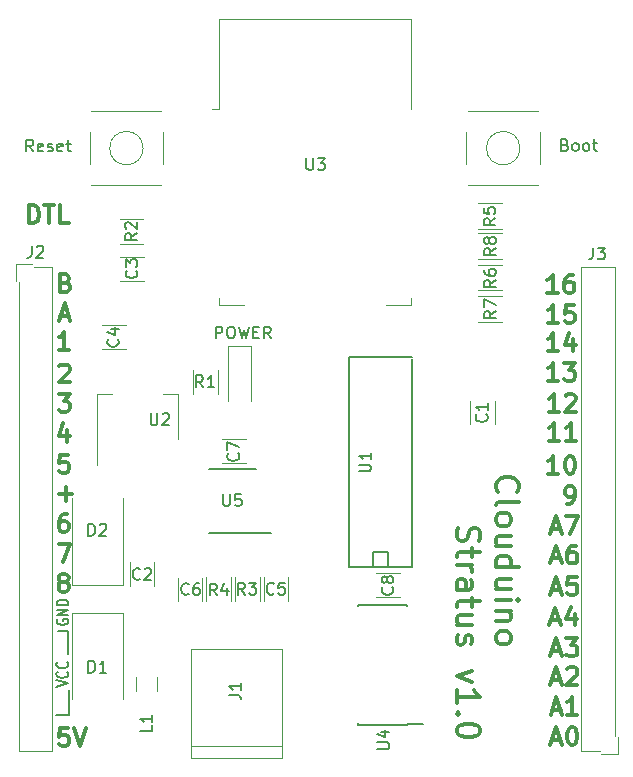
<source format=gto>
G04 #@! TF.GenerationSoftware,KiCad,Pcbnew,(5.0.0)*
G04 #@! TF.CreationDate,2018-10-02T15:53:08+08:00*
G04 #@! TF.ProjectId,Clouduino Stratus v1.0,436C6F756475696E6F20537472617475,rev?*
G04 #@! TF.SameCoordinates,Original*
G04 #@! TF.FileFunction,Legend,Top*
G04 #@! TF.FilePolarity,Positive*
%FSLAX46Y46*%
G04 Gerber Fmt 4.6, Leading zero omitted, Abs format (unit mm)*
G04 Created by KiCad (PCBNEW (5.0.0)) date 10/02/18 15:53:08*
%MOMM*%
%LPD*%
G01*
G04 APERTURE LIST*
%ADD10C,0.200000*%
%ADD11C,0.300000*%
%ADD12C,0.120000*%
%ADD13C,0.150000*%
G04 APERTURE END LIST*
D10*
X108897800Y-90017523D02*
X108850180Y-90093714D01*
X108850180Y-90208000D01*
X108897800Y-90322285D01*
X108993038Y-90398476D01*
X109088276Y-90436571D01*
X109278752Y-90474666D01*
X109421609Y-90474666D01*
X109612085Y-90436571D01*
X109707323Y-90398476D01*
X109802561Y-90322285D01*
X109850180Y-90208000D01*
X109850180Y-90131809D01*
X109802561Y-90017523D01*
X109754942Y-89979428D01*
X109421609Y-89979428D01*
X109421609Y-90131809D01*
X109850180Y-89636571D02*
X108850180Y-89636571D01*
X109850180Y-89179428D01*
X108850180Y-89179428D01*
X109850180Y-88798476D02*
X108850180Y-88798476D01*
X108850180Y-88608000D01*
X108897800Y-88493714D01*
X108993038Y-88417523D01*
X109088276Y-88379428D01*
X109278752Y-88341333D01*
X109421609Y-88341333D01*
X109612085Y-88379428D01*
X109707323Y-88417523D01*
X109802561Y-88493714D01*
X109850180Y-88608000D01*
X109850180Y-88798476D01*
X109849920Y-98130360D02*
X108808520Y-98130360D01*
X109819440Y-90957400D02*
X108986320Y-90957400D01*
X109819440Y-92943680D02*
X109819440Y-90957400D01*
X109860080Y-96027240D02*
X109860080Y-98125280D01*
X108829860Y-95696906D02*
X109829860Y-95430240D01*
X108829860Y-95163573D01*
X109734622Y-94439763D02*
X109782241Y-94477859D01*
X109829860Y-94592144D01*
X109829860Y-94668335D01*
X109782241Y-94782620D01*
X109687003Y-94858811D01*
X109591765Y-94896906D01*
X109401289Y-94935001D01*
X109258432Y-94935001D01*
X109067956Y-94896906D01*
X108972718Y-94858811D01*
X108877480Y-94782620D01*
X108829860Y-94668335D01*
X108829860Y-94592144D01*
X108877480Y-94477859D01*
X108925099Y-94439763D01*
X109734622Y-93639763D02*
X109782241Y-93677859D01*
X109829860Y-93792144D01*
X109829860Y-93868335D01*
X109782241Y-93982620D01*
X109687003Y-94058811D01*
X109591765Y-94096906D01*
X109401289Y-94135001D01*
X109258432Y-94135001D01*
X109067956Y-94096906D01*
X108972718Y-94058811D01*
X108877480Y-93982620D01*
X108829860Y-93868335D01*
X108829860Y-93792144D01*
X108877480Y-93677859D01*
X108925099Y-93639763D01*
D11*
X109034651Y-79395782D02*
X110177508Y-79395782D01*
X109606080Y-79967211D02*
X109606080Y-78824354D01*
X109848685Y-99219011D02*
X109134400Y-99219011D01*
X109062971Y-99933297D01*
X109134400Y-99861868D01*
X109277257Y-99790440D01*
X109634400Y-99790440D01*
X109777257Y-99861868D01*
X109848685Y-99933297D01*
X109920114Y-100076154D01*
X109920114Y-100433297D01*
X109848685Y-100576154D01*
X109777257Y-100647582D01*
X109634400Y-100719011D01*
X109277257Y-100719011D01*
X109134400Y-100647582D01*
X109062971Y-100576154D01*
X110348685Y-99219011D02*
X110848685Y-100719011D01*
X111348685Y-99219011D01*
X109295582Y-86816428D02*
X109152725Y-86745000D01*
X109081297Y-86673571D01*
X109009868Y-86530714D01*
X109009868Y-86459285D01*
X109081297Y-86316428D01*
X109152725Y-86245000D01*
X109295582Y-86173571D01*
X109581297Y-86173571D01*
X109724154Y-86245000D01*
X109795582Y-86316428D01*
X109867011Y-86459285D01*
X109867011Y-86530714D01*
X109795582Y-86673571D01*
X109724154Y-86745000D01*
X109581297Y-86816428D01*
X109295582Y-86816428D01*
X109152725Y-86887857D01*
X109081297Y-86959285D01*
X109009868Y-87102142D01*
X109009868Y-87387857D01*
X109081297Y-87530714D01*
X109152725Y-87602142D01*
X109295582Y-87673571D01*
X109581297Y-87673571D01*
X109724154Y-87602142D01*
X109795582Y-87530714D01*
X109867011Y-87387857D01*
X109867011Y-87102142D01*
X109795582Y-86959285D01*
X109724154Y-86887857D01*
X109581297Y-86816428D01*
X109009560Y-83653891D02*
X110009560Y-83653891D01*
X109366702Y-85153891D01*
X109734314Y-81093571D02*
X109448600Y-81093571D01*
X109305742Y-81165000D01*
X109234314Y-81236428D01*
X109091457Y-81450714D01*
X109020028Y-81736428D01*
X109020028Y-82307857D01*
X109091457Y-82450714D01*
X109162885Y-82522142D01*
X109305742Y-82593571D01*
X109591457Y-82593571D01*
X109734314Y-82522142D01*
X109805742Y-82450714D01*
X109877171Y-82307857D01*
X109877171Y-81950714D01*
X109805742Y-81807857D01*
X109734314Y-81736428D01*
X109591457Y-81665000D01*
X109305742Y-81665000D01*
X109162885Y-81736428D01*
X109091457Y-81807857D01*
X109020028Y-81950714D01*
X109851462Y-76089771D02*
X109137177Y-76089771D01*
X109065748Y-76804057D01*
X109137177Y-76732628D01*
X109280034Y-76661200D01*
X109637177Y-76661200D01*
X109780034Y-76732628D01*
X109851462Y-76804057D01*
X109922891Y-76946914D01*
X109922891Y-77304057D01*
X109851462Y-77446914D01*
X109780034Y-77518342D01*
X109637177Y-77589771D01*
X109280034Y-77589771D01*
X109137177Y-77518342D01*
X109065748Y-77446914D01*
X109749554Y-73973571D02*
X109749554Y-74973571D01*
X109392411Y-73402142D02*
X109035268Y-74473571D01*
X109963840Y-74473571D01*
X109034960Y-70933571D02*
X109963531Y-70933571D01*
X109463531Y-71505000D01*
X109677817Y-71505000D01*
X109820674Y-71576428D01*
X109892102Y-71647857D01*
X109963531Y-71790714D01*
X109963531Y-72147857D01*
X109892102Y-72290714D01*
X109820674Y-72362142D01*
X109677817Y-72433571D01*
X109249245Y-72433571D01*
X109106388Y-72362142D01*
X109034960Y-72290714D01*
X109080988Y-68582148D02*
X109152417Y-68510720D01*
X109295274Y-68439291D01*
X109652417Y-68439291D01*
X109795274Y-68510720D01*
X109866702Y-68582148D01*
X109938131Y-68725005D01*
X109938131Y-68867862D01*
X109866702Y-69082148D01*
X109009560Y-69939291D01*
X109938131Y-69939291D01*
X109897491Y-67213871D02*
X109040348Y-67213871D01*
X109468920Y-67213871D02*
X109468920Y-65713871D01*
X109326062Y-65928157D01*
X109183205Y-66071014D01*
X109040348Y-66142442D01*
X109157497Y-64329120D02*
X109871782Y-64329120D01*
X109014640Y-64757691D02*
X109514640Y-63257691D01*
X110014640Y-64757691D01*
X109621782Y-61503097D02*
X109836068Y-61574525D01*
X109907497Y-61645954D01*
X109978925Y-61788811D01*
X109978925Y-62003097D01*
X109907497Y-62145954D01*
X109836068Y-62217382D01*
X109693211Y-62288811D01*
X109121782Y-62288811D01*
X109121782Y-60788811D01*
X109621782Y-60788811D01*
X109764640Y-60860240D01*
X109836068Y-60931668D01*
X109907497Y-61074525D01*
X109907497Y-61217382D01*
X109836068Y-61360240D01*
X109764640Y-61431668D01*
X109621782Y-61503097D01*
X109121782Y-61503097D01*
X151260845Y-62347231D02*
X150403702Y-62347231D01*
X150832274Y-62347231D02*
X150832274Y-60847231D01*
X150689417Y-61061517D01*
X150546560Y-61204374D01*
X150403702Y-61275802D01*
X152546560Y-60847231D02*
X152260845Y-60847231D01*
X152117988Y-60918660D01*
X152046560Y-60990088D01*
X151903702Y-61204374D01*
X151832274Y-61490088D01*
X151832274Y-62061517D01*
X151903702Y-62204374D01*
X151975131Y-62275802D01*
X152117988Y-62347231D01*
X152403702Y-62347231D01*
X152546560Y-62275802D01*
X152617988Y-62204374D01*
X152689417Y-62061517D01*
X152689417Y-61704374D01*
X152617988Y-61561517D01*
X152546560Y-61490088D01*
X152403702Y-61418660D01*
X152117988Y-61418660D01*
X151975131Y-61490088D01*
X151903702Y-61561517D01*
X151832274Y-61704374D01*
X151296405Y-64910091D02*
X150439262Y-64910091D01*
X150867834Y-64910091D02*
X150867834Y-63410091D01*
X150724977Y-63624377D01*
X150582120Y-63767234D01*
X150439262Y-63838662D01*
X152653548Y-63410091D02*
X151939262Y-63410091D01*
X151867834Y-64124377D01*
X151939262Y-64052948D01*
X152082120Y-63981520D01*
X152439262Y-63981520D01*
X152582120Y-64052948D01*
X152653548Y-64124377D01*
X152724977Y-64267234D01*
X152724977Y-64624377D01*
X152653548Y-64767234D01*
X152582120Y-64838662D01*
X152439262Y-64910091D01*
X152082120Y-64910091D01*
X151939262Y-64838662D01*
X151867834Y-64767234D01*
X151301485Y-67302771D02*
X150444342Y-67302771D01*
X150872914Y-67302771D02*
X150872914Y-65802771D01*
X150730057Y-66017057D01*
X150587200Y-66159914D01*
X150444342Y-66231342D01*
X152587200Y-66302771D02*
X152587200Y-67302771D01*
X152230057Y-65731342D02*
X151872914Y-66802771D01*
X152801485Y-66802771D01*
X151331965Y-69807211D02*
X150474822Y-69807211D01*
X150903394Y-69807211D02*
X150903394Y-68307211D01*
X150760537Y-68521497D01*
X150617680Y-68664354D01*
X150474822Y-68735782D01*
X151831965Y-68307211D02*
X152760537Y-68307211D01*
X152260537Y-68878640D01*
X152474822Y-68878640D01*
X152617680Y-68950068D01*
X152689108Y-69021497D01*
X152760537Y-69164354D01*
X152760537Y-69521497D01*
X152689108Y-69664354D01*
X152617680Y-69735782D01*
X152474822Y-69807211D01*
X152046251Y-69807211D01*
X151903394Y-69735782D01*
X151831965Y-69664354D01*
X151362445Y-72413251D02*
X150505302Y-72413251D01*
X150933874Y-72413251D02*
X150933874Y-70913251D01*
X150791017Y-71127537D01*
X150648160Y-71270394D01*
X150505302Y-71341822D01*
X151933874Y-71056108D02*
X152005302Y-70984680D01*
X152148160Y-70913251D01*
X152505302Y-70913251D01*
X152648160Y-70984680D01*
X152719588Y-71056108D01*
X152791017Y-71198965D01*
X152791017Y-71341822D01*
X152719588Y-71556108D01*
X151862445Y-72413251D01*
X152791017Y-72413251D01*
X151362445Y-74902451D02*
X150505302Y-74902451D01*
X150933874Y-74902451D02*
X150933874Y-73402451D01*
X150791017Y-73616737D01*
X150648160Y-73759594D01*
X150505302Y-73831022D01*
X152791017Y-74902451D02*
X151933874Y-74902451D01*
X152362445Y-74902451D02*
X152362445Y-73402451D01*
X152219588Y-73616737D01*
X152076731Y-73759594D01*
X151933874Y-73831022D01*
X151321805Y-77668511D02*
X150464662Y-77668511D01*
X150893234Y-77668511D02*
X150893234Y-76168511D01*
X150750377Y-76382797D01*
X150607520Y-76525654D01*
X150464662Y-76597082D01*
X152250377Y-76168511D02*
X152393234Y-76168511D01*
X152536091Y-76239940D01*
X152607520Y-76311368D01*
X152678948Y-76454225D01*
X152750377Y-76739940D01*
X152750377Y-77097082D01*
X152678948Y-77382797D01*
X152607520Y-77525654D01*
X152536091Y-77597082D01*
X152393234Y-77668511D01*
X152250377Y-77668511D01*
X152107520Y-77597082D01*
X152036091Y-77525654D01*
X151964662Y-77382797D01*
X151893234Y-77097082D01*
X151893234Y-76739940D01*
X151964662Y-76454225D01*
X152036091Y-76311368D01*
X152107520Y-76239940D01*
X152250377Y-76168511D01*
X152020305Y-80233911D02*
X152306020Y-80233911D01*
X152448877Y-80162482D01*
X152520305Y-80091054D01*
X152663162Y-79876768D01*
X152734591Y-79591054D01*
X152734591Y-79019625D01*
X152663162Y-78876768D01*
X152591734Y-78805340D01*
X152448877Y-78733911D01*
X152163162Y-78733911D01*
X152020305Y-78805340D01*
X151948877Y-78876768D01*
X151877448Y-79019625D01*
X151877448Y-79376768D01*
X151948877Y-79519625D01*
X152020305Y-79591054D01*
X152163162Y-79662482D01*
X152448877Y-79662482D01*
X152591734Y-79591054D01*
X152663162Y-79519625D01*
X152734591Y-79376768D01*
X106518271Y-56456971D02*
X106518271Y-54956971D01*
X106875414Y-54956971D01*
X107089700Y-55028400D01*
X107232557Y-55171257D01*
X107303985Y-55314114D01*
X107375414Y-55599828D01*
X107375414Y-55814114D01*
X107303985Y-56099828D01*
X107232557Y-56242685D01*
X107089700Y-56385542D01*
X106875414Y-56456971D01*
X106518271Y-56456971D01*
X107803985Y-54956971D02*
X108661128Y-54956971D01*
X108232557Y-56456971D02*
X108232557Y-54956971D01*
X109875414Y-56456971D02*
X109161128Y-56456971D01*
X109161128Y-54956971D01*
X150741831Y-82347880D02*
X151456117Y-82347880D01*
X150598974Y-82776451D02*
X151098974Y-81276451D01*
X151598974Y-82776451D01*
X151956117Y-81276451D02*
X152956117Y-81276451D01*
X152313260Y-82776451D01*
X150792631Y-84837080D02*
X151506917Y-84837080D01*
X150649774Y-85265651D02*
X151149774Y-83765651D01*
X151649774Y-85265651D01*
X152792631Y-83765651D02*
X152506917Y-83765651D01*
X152364060Y-83837080D01*
X152292631Y-83908508D01*
X152149774Y-84122794D01*
X152078345Y-84408508D01*
X152078345Y-84979937D01*
X152149774Y-85122794D01*
X152221202Y-85194222D01*
X152364060Y-85265651D01*
X152649774Y-85265651D01*
X152792631Y-85194222D01*
X152864060Y-85122794D01*
X152935488Y-84979937D01*
X152935488Y-84622794D01*
X152864060Y-84479937D01*
X152792631Y-84408508D01*
X152649774Y-84337080D01*
X152364060Y-84337080D01*
X152221202Y-84408508D01*
X152149774Y-84479937D01*
X152078345Y-84622794D01*
X150792631Y-87478680D02*
X151506917Y-87478680D01*
X150649774Y-87907251D02*
X151149774Y-86407251D01*
X151649774Y-87907251D01*
X152864060Y-86407251D02*
X152149774Y-86407251D01*
X152078345Y-87121537D01*
X152149774Y-87050108D01*
X152292631Y-86978680D01*
X152649774Y-86978680D01*
X152792631Y-87050108D01*
X152864060Y-87121537D01*
X152935488Y-87264394D01*
X152935488Y-87621537D01*
X152864060Y-87764394D01*
X152792631Y-87835822D01*
X152649774Y-87907251D01*
X152292631Y-87907251D01*
X152149774Y-87835822D01*
X152078345Y-87764394D01*
X150716431Y-90082180D02*
X151430717Y-90082180D01*
X150573574Y-90510751D02*
X151073574Y-89010751D01*
X151573574Y-90510751D01*
X152716431Y-89510751D02*
X152716431Y-90510751D01*
X152359288Y-88939322D02*
X152002145Y-90010751D01*
X152930717Y-90010751D01*
X150792631Y-92698380D02*
X151506917Y-92698380D01*
X150649774Y-93126951D02*
X151149774Y-91626951D01*
X151649774Y-93126951D01*
X152006917Y-91626951D02*
X152935488Y-91626951D01*
X152435488Y-92198380D01*
X152649774Y-92198380D01*
X152792631Y-92269808D01*
X152864060Y-92341237D01*
X152935488Y-92484094D01*
X152935488Y-92841237D01*
X152864060Y-92984094D01*
X152792631Y-93055522D01*
X152649774Y-93126951D01*
X152221202Y-93126951D01*
X152078345Y-93055522D01*
X152006917Y-92984094D01*
X150792631Y-95124080D02*
X151506917Y-95124080D01*
X150649774Y-95552651D02*
X151149774Y-94052651D01*
X151649774Y-95552651D01*
X152078345Y-94195508D02*
X152149774Y-94124080D01*
X152292631Y-94052651D01*
X152649774Y-94052651D01*
X152792631Y-94124080D01*
X152864060Y-94195508D01*
X152935488Y-94338365D01*
X152935488Y-94481222D01*
X152864060Y-94695508D01*
X152006917Y-95552651D01*
X152935488Y-95552651D01*
X150805331Y-97664080D02*
X151519617Y-97664080D01*
X150662474Y-98092651D02*
X151162474Y-96592651D01*
X151662474Y-98092651D01*
X152948188Y-98092651D02*
X152091045Y-98092651D01*
X152519617Y-98092651D02*
X152519617Y-96592651D01*
X152376760Y-96806937D01*
X152233902Y-96949794D01*
X152091045Y-97021222D01*
X150779931Y-100229480D02*
X151494217Y-100229480D01*
X150637074Y-100658051D02*
X151137074Y-99158051D01*
X151637074Y-100658051D01*
X152422788Y-99158051D02*
X152565645Y-99158051D01*
X152708502Y-99229480D01*
X152779931Y-99300908D01*
X152851360Y-99443765D01*
X152922788Y-99729480D01*
X152922788Y-100086622D01*
X152851360Y-100372337D01*
X152779931Y-100515194D01*
X152708502Y-100586622D01*
X152565645Y-100658051D01*
X152422788Y-100658051D01*
X152279931Y-100586622D01*
X152208502Y-100515194D01*
X152137074Y-100372337D01*
X152065645Y-100086622D01*
X152065645Y-99729480D01*
X152137074Y-99443765D01*
X152208502Y-99300908D01*
X152279931Y-99229480D01*
X152422788Y-99158051D01*
X146211014Y-79217071D02*
X146115776Y-79121833D01*
X146020538Y-78836119D01*
X146020538Y-78645642D01*
X146115776Y-78359928D01*
X146306252Y-78169452D01*
X146496728Y-78074214D01*
X146877680Y-77978976D01*
X147163395Y-77978976D01*
X147544347Y-78074214D01*
X147734823Y-78169452D01*
X147925300Y-78359928D01*
X148020538Y-78645642D01*
X148020538Y-78836119D01*
X147925300Y-79121833D01*
X147830061Y-79217071D01*
X146020538Y-80359928D02*
X146115776Y-80169452D01*
X146306252Y-80074214D01*
X148020538Y-80074214D01*
X146020538Y-81407547D02*
X146115776Y-81217071D01*
X146211014Y-81121833D01*
X146401490Y-81026595D01*
X146972919Y-81026595D01*
X147163395Y-81121833D01*
X147258633Y-81217071D01*
X147353871Y-81407547D01*
X147353871Y-81693261D01*
X147258633Y-81883738D01*
X147163395Y-81978976D01*
X146972919Y-82074214D01*
X146401490Y-82074214D01*
X146211014Y-81978976D01*
X146115776Y-81883738D01*
X146020538Y-81693261D01*
X146020538Y-81407547D01*
X147353871Y-83788500D02*
X146020538Y-83788500D01*
X147353871Y-82931357D02*
X146306252Y-82931357D01*
X146115776Y-83026595D01*
X146020538Y-83217071D01*
X146020538Y-83502785D01*
X146115776Y-83693261D01*
X146211014Y-83788500D01*
X146020538Y-85598023D02*
X148020538Y-85598023D01*
X146115776Y-85598023D02*
X146020538Y-85407547D01*
X146020538Y-85026595D01*
X146115776Y-84836119D01*
X146211014Y-84740880D01*
X146401490Y-84645642D01*
X146972919Y-84645642D01*
X147163395Y-84740880D01*
X147258633Y-84836119D01*
X147353871Y-85026595D01*
X147353871Y-85407547D01*
X147258633Y-85598023D01*
X147353871Y-87407547D02*
X146020538Y-87407547D01*
X147353871Y-86550404D02*
X146306252Y-86550404D01*
X146115776Y-86645642D01*
X146020538Y-86836119D01*
X146020538Y-87121833D01*
X146115776Y-87312309D01*
X146211014Y-87407547D01*
X146020538Y-88359928D02*
X147353871Y-88359928D01*
X148020538Y-88359928D02*
X147925300Y-88264690D01*
X147830061Y-88359928D01*
X147925300Y-88455166D01*
X148020538Y-88359928D01*
X147830061Y-88359928D01*
X147353871Y-89312309D02*
X146020538Y-89312309D01*
X147163395Y-89312309D02*
X147258633Y-89407547D01*
X147353871Y-89598023D01*
X147353871Y-89883738D01*
X147258633Y-90074214D01*
X147068157Y-90169452D01*
X146020538Y-90169452D01*
X146020538Y-91407547D02*
X146115776Y-91217071D01*
X146211014Y-91121833D01*
X146401490Y-91026595D01*
X146972919Y-91026595D01*
X147163395Y-91121833D01*
X147258633Y-91217071D01*
X147353871Y-91407547D01*
X147353871Y-91693261D01*
X147258633Y-91883738D01*
X147163395Y-91978976D01*
X146972919Y-92074214D01*
X146401490Y-92074214D01*
X146211014Y-91978976D01*
X146115776Y-91883738D01*
X146020538Y-91693261D01*
X146020538Y-91407547D01*
X142815776Y-82264690D02*
X142720538Y-82550404D01*
X142720538Y-83026595D01*
X142815776Y-83217071D01*
X142911014Y-83312309D01*
X143101490Y-83407547D01*
X143291966Y-83407547D01*
X143482442Y-83312309D01*
X143577680Y-83217071D01*
X143672919Y-83026595D01*
X143768157Y-82645642D01*
X143863395Y-82455166D01*
X143958633Y-82359928D01*
X144149109Y-82264690D01*
X144339585Y-82264690D01*
X144530061Y-82359928D01*
X144625300Y-82455166D01*
X144720538Y-82645642D01*
X144720538Y-83121833D01*
X144625300Y-83407547D01*
X144053871Y-83978976D02*
X144053871Y-84740880D01*
X144720538Y-84264690D02*
X143006252Y-84264690D01*
X142815776Y-84359928D01*
X142720538Y-84550404D01*
X142720538Y-84740880D01*
X142720538Y-85407547D02*
X144053871Y-85407547D01*
X143672919Y-85407547D02*
X143863395Y-85502785D01*
X143958633Y-85598023D01*
X144053871Y-85788500D01*
X144053871Y-85978976D01*
X142720538Y-87502785D02*
X143768157Y-87502785D01*
X143958633Y-87407547D01*
X144053871Y-87217071D01*
X144053871Y-86836119D01*
X143958633Y-86645642D01*
X142815776Y-87502785D02*
X142720538Y-87312309D01*
X142720538Y-86836119D01*
X142815776Y-86645642D01*
X143006252Y-86550404D01*
X143196728Y-86550404D01*
X143387204Y-86645642D01*
X143482442Y-86836119D01*
X143482442Y-87312309D01*
X143577680Y-87502785D01*
X144053871Y-88169452D02*
X144053871Y-88931357D01*
X144720538Y-88455166D02*
X143006252Y-88455166D01*
X142815776Y-88550404D01*
X142720538Y-88740880D01*
X142720538Y-88931357D01*
X144053871Y-90455166D02*
X142720538Y-90455166D01*
X144053871Y-89598023D02*
X143006252Y-89598023D01*
X142815776Y-89693261D01*
X142720538Y-89883738D01*
X142720538Y-90169452D01*
X142815776Y-90359928D01*
X142911014Y-90455166D01*
X142815776Y-91312309D02*
X142720538Y-91502785D01*
X142720538Y-91883738D01*
X142815776Y-92074214D01*
X143006252Y-92169452D01*
X143101490Y-92169452D01*
X143291966Y-92074214D01*
X143387204Y-91883738D01*
X143387204Y-91598023D01*
X143482442Y-91407547D01*
X143672919Y-91312309D01*
X143768157Y-91312309D01*
X143958633Y-91407547D01*
X144053871Y-91598023D01*
X144053871Y-91883738D01*
X143958633Y-92074214D01*
X144053871Y-94359928D02*
X142720538Y-94836119D01*
X144053871Y-95312309D01*
X142720538Y-97121833D02*
X142720538Y-95978976D01*
X142720538Y-96550404D02*
X144720538Y-96550404D01*
X144434823Y-96359928D01*
X144244347Y-96169452D01*
X144149109Y-95978976D01*
X142911014Y-97978976D02*
X142815776Y-98074214D01*
X142720538Y-97978976D01*
X142815776Y-97883738D01*
X142911014Y-97978976D01*
X142720538Y-97978976D01*
X144720538Y-99312309D02*
X144720538Y-99502785D01*
X144625300Y-99693261D01*
X144530061Y-99788500D01*
X144339585Y-99883738D01*
X143958633Y-99978976D01*
X143482442Y-99978976D01*
X143101490Y-99883738D01*
X142911014Y-99788500D01*
X142815776Y-99693261D01*
X142720538Y-99502785D01*
X142720538Y-99312309D01*
X142815776Y-99121833D01*
X142911014Y-99026595D01*
X143101490Y-98931357D01*
X143482442Y-98836119D01*
X143958633Y-98836119D01*
X144339585Y-98931357D01*
X144530061Y-99026595D01*
X144625300Y-99121833D01*
X144720538Y-99312309D01*
D12*
G04 #@! TO.C,U3*
X122585651Y-46787661D02*
X121975651Y-46787661D01*
X122585651Y-46787661D02*
X122585651Y-39167661D01*
X122585651Y-63407661D02*
X122585651Y-62787661D01*
X124705651Y-63407661D02*
X122585651Y-63407661D01*
X138825651Y-63407661D02*
X136705651Y-63407661D01*
X138825651Y-62787661D02*
X138825651Y-63407661D01*
X138825651Y-39167661D02*
X138825651Y-46787661D01*
X122585651Y-39167661D02*
X138825651Y-39167661D01*
D13*
G04 #@! TO.C,U4*
X138473000Y-98903000D02*
X139848000Y-98903000D01*
X138473000Y-88778000D02*
X134323000Y-88778000D01*
X138473000Y-98928000D02*
X134323000Y-98928000D01*
X138473000Y-88778000D02*
X138473000Y-88883000D01*
X134323000Y-88778000D02*
X134323000Y-88883000D01*
X134323000Y-98928000D02*
X134323000Y-98823000D01*
X138473000Y-98928000D02*
X138473000Y-98903000D01*
D12*
G04 #@! TO.C,C1*
X145927000Y-73485000D02*
X145927000Y-71485000D01*
X143887000Y-71485000D02*
X143887000Y-73485000D01*
G04 #@! TO.C,C2*
X115072346Y-85188894D02*
X115072346Y-87188894D01*
X117112346Y-87188894D02*
X117112346Y-85188894D01*
G04 #@! TO.C,C3*
X116221000Y-59305000D02*
X114221000Y-59305000D01*
X114221000Y-61345000D02*
X116221000Y-61345000D01*
G04 #@! TO.C,C4*
X112679346Y-67142894D02*
X114679346Y-67142894D01*
X114679346Y-65102894D02*
X112679346Y-65102894D01*
G04 #@! TO.C,C5*
X126375346Y-86458894D02*
X126375346Y-88458894D01*
X128415346Y-88458894D02*
X128415346Y-86458894D01*
G04 #@! TO.C,C6*
X119136346Y-86490894D02*
X119136346Y-88490894D01*
X121176346Y-88490894D02*
X121176346Y-86490894D01*
G04 #@! TO.C,C7*
X122871346Y-76794894D02*
X124871346Y-76794894D01*
X124871346Y-74754894D02*
X122871346Y-74754894D01*
G04 #@! TO.C,C8*
X135906000Y-88142000D02*
X137906000Y-88142000D01*
X137906000Y-86102000D02*
X135906000Y-86102000D01*
G04 #@! TO.C,D1*
X114432346Y-89462894D02*
X114432346Y-96762894D01*
X110132346Y-89462894D02*
X110132346Y-96762894D01*
X114432346Y-89462894D02*
X110132346Y-89462894D01*
G04 #@! TO.C,D2*
X110132346Y-87072894D02*
X110132346Y-79772894D01*
X114432346Y-87072894D02*
X114432346Y-79772894D01*
X110132346Y-87072894D02*
X114432346Y-87072894D01*
G04 #@! TO.C,POWER*
X125297346Y-66832894D02*
X125297346Y-71532894D01*
X123397346Y-66832894D02*
X123397346Y-71532894D01*
X125297346Y-66832894D02*
X123397346Y-66832894D01*
G04 #@! TO.C,J1*
X120243346Y-92525894D02*
X120243346Y-101725894D01*
X127943346Y-92525894D02*
X120243346Y-92525894D01*
X127943346Y-101725894D02*
X127943346Y-92525894D01*
X120243346Y-101725894D02*
X127943346Y-101725894D01*
X120243346Y-100725894D02*
X127943346Y-100725894D01*
G04 #@! TO.C,L1*
X115593346Y-96059894D02*
X115593346Y-94859894D01*
X117353346Y-94859894D02*
X117353346Y-96059894D01*
G04 #@! TO.C,R1*
X122496346Y-68900894D02*
X122496346Y-70900894D01*
X120356346Y-70900894D02*
X120356346Y-68900894D01*
G04 #@! TO.C,R2*
X116189000Y-58220000D02*
X114189000Y-58220000D01*
X114189000Y-56080000D02*
X116189000Y-56080000D01*
G04 #@! TO.C,R3*
X126052346Y-86458894D02*
X126052346Y-88458894D01*
X123912346Y-88458894D02*
X123912346Y-86458894D01*
G04 #@! TO.C,R4*
X121499346Y-88458894D02*
X121499346Y-86458894D01*
X123639346Y-86458894D02*
X123639346Y-88458894D01*
G04 #@! TO.C,R5*
X144564651Y-54789661D02*
X146564651Y-54789661D01*
X146564651Y-56929661D02*
X144564651Y-56929661D01*
G04 #@! TO.C,R6*
X144564651Y-59996661D02*
X146564651Y-59996661D01*
X146564651Y-62136661D02*
X144564651Y-62136661D01*
G04 #@! TO.C,R7*
X144564651Y-62663661D02*
X146564651Y-62663661D01*
X146564651Y-64803661D02*
X144564651Y-64803661D01*
G04 #@! TO.C,Reset*
X116169865Y-50108661D02*
G75*
G03X116169865Y-50108661I-1414214J0D01*
G01*
X111785651Y-53228661D02*
X117725651Y-53228661D01*
X111785651Y-46988661D02*
X117725651Y-46988661D01*
X111635651Y-51448661D02*
X111635651Y-48768661D01*
X117875651Y-48768661D02*
X117875651Y-51448661D01*
G04 #@! TO.C,Boot*
X149775651Y-48768661D02*
X149775651Y-51448661D01*
X143535651Y-51448661D02*
X143535651Y-48768661D01*
X143685651Y-46988661D02*
X149625651Y-46988661D01*
X143685651Y-53228661D02*
X149625651Y-53228661D01*
X148069865Y-50108661D02*
G75*
G03X148069865Y-50108661I-1414214J0D01*
G01*
D13*
G04 #@! TO.C,U1*
X136906000Y-84328000D02*
X136906000Y-85598000D01*
X135636000Y-84328000D02*
X136906000Y-84328000D01*
X135636000Y-85598000D02*
X135636000Y-84328000D01*
X133604000Y-85598000D02*
X138938000Y-85598000D01*
X138938000Y-67818000D02*
X133604000Y-67818000D01*
X133604000Y-85598000D02*
X133604000Y-67818000D01*
X138938000Y-67945000D02*
X138938000Y-85598000D01*
D12*
G04 #@! TO.C,U2*
X119121346Y-70943894D02*
X117861346Y-70943894D01*
X112301346Y-70943894D02*
X113561346Y-70943894D01*
X119121346Y-74703894D02*
X119121346Y-70943894D01*
X112301346Y-76953894D02*
X112301346Y-70943894D01*
D13*
G04 #@! TO.C,U5*
X126987346Y-82690894D02*
X121712346Y-82690894D01*
X125712346Y-77290894D02*
X121712346Y-77290894D01*
D12*
G04 #@! TO.C,R8*
X146564651Y-59469661D02*
X144564651Y-59469661D01*
X144564651Y-57329661D02*
X146564651Y-57329661D01*
G04 #@! TO.C,J2*
X105391000Y-59925000D02*
X105391000Y-61325000D01*
X106791000Y-59925000D02*
X105391000Y-59925000D01*
X105641000Y-101115000D02*
X105641000Y-61425000D01*
X108481000Y-101115000D02*
X105641000Y-101115000D01*
X108481000Y-60175000D02*
X108481000Y-101115000D01*
X106891000Y-60175000D02*
X108481000Y-60175000D01*
G04 #@! TO.C,J3*
X154856000Y-101115000D02*
X153266000Y-101115000D01*
X153266000Y-101115000D02*
X153266000Y-60175000D01*
X153266000Y-60175000D02*
X156106000Y-60175000D01*
X156106000Y-60175000D02*
X156106000Y-99865000D01*
X154956000Y-101365000D02*
X156356000Y-101365000D01*
X156356000Y-101365000D02*
X156356000Y-99965000D01*
G04 #@! TO.C,U3*
D13*
X129997295Y-50963580D02*
X129997295Y-51773104D01*
X130044914Y-51868342D01*
X130092533Y-51915961D01*
X130187771Y-51963580D01*
X130378247Y-51963580D01*
X130473485Y-51915961D01*
X130521104Y-51868342D01*
X130568723Y-51773104D01*
X130568723Y-50963580D01*
X130949676Y-50963580D02*
X131568723Y-50963580D01*
X131235390Y-51344533D01*
X131378247Y-51344533D01*
X131473485Y-51392152D01*
X131521104Y-51439771D01*
X131568723Y-51535009D01*
X131568723Y-51773104D01*
X131521104Y-51868342D01*
X131473485Y-51915961D01*
X131378247Y-51963580D01*
X131092533Y-51963580D01*
X130997295Y-51915961D01*
X130949676Y-51868342D01*
G04 #@! TO.C,U4*
X136002780Y-100990304D02*
X136812304Y-100990304D01*
X136907542Y-100942685D01*
X136955161Y-100895066D01*
X137002780Y-100799828D01*
X137002780Y-100609352D01*
X136955161Y-100514114D01*
X136907542Y-100466495D01*
X136812304Y-100418876D01*
X136002780Y-100418876D01*
X136336114Y-99514114D02*
X137002780Y-99514114D01*
X135955161Y-99752209D02*
X136669447Y-99990304D01*
X136669447Y-99371257D01*
G04 #@! TO.C,C1*
X145238742Y-72658266D02*
X145286361Y-72705885D01*
X145333980Y-72848742D01*
X145333980Y-72943980D01*
X145286361Y-73086838D01*
X145191123Y-73182076D01*
X145095885Y-73229695D01*
X144905409Y-73277314D01*
X144762552Y-73277314D01*
X144572076Y-73229695D01*
X144476838Y-73182076D01*
X144381600Y-73086838D01*
X144333980Y-72943980D01*
X144333980Y-72848742D01*
X144381600Y-72705885D01*
X144429219Y-72658266D01*
X145333980Y-71705885D02*
X145333980Y-72277314D01*
X145333980Y-71991600D02*
X144333980Y-71991600D01*
X144476838Y-72086838D01*
X144572076Y-72182076D01*
X144619695Y-72277314D01*
G04 #@! TO.C,C2*
X115911333Y-86564742D02*
X115863714Y-86612361D01*
X115720857Y-86659980D01*
X115625619Y-86659980D01*
X115482761Y-86612361D01*
X115387523Y-86517123D01*
X115339904Y-86421885D01*
X115292285Y-86231409D01*
X115292285Y-86088552D01*
X115339904Y-85898076D01*
X115387523Y-85802838D01*
X115482761Y-85707600D01*
X115625619Y-85659980D01*
X115720857Y-85659980D01*
X115863714Y-85707600D01*
X115911333Y-85755219D01*
X116292285Y-85755219D02*
X116339904Y-85707600D01*
X116435142Y-85659980D01*
X116673238Y-85659980D01*
X116768476Y-85707600D01*
X116816095Y-85755219D01*
X116863714Y-85850457D01*
X116863714Y-85945695D01*
X116816095Y-86088552D01*
X116244666Y-86659980D01*
X116863714Y-86659980D01*
G04 #@! TO.C,C3*
X115584242Y-60478966D02*
X115631861Y-60526585D01*
X115679480Y-60669442D01*
X115679480Y-60764680D01*
X115631861Y-60907538D01*
X115536623Y-61002776D01*
X115441385Y-61050395D01*
X115250909Y-61098014D01*
X115108052Y-61098014D01*
X114917576Y-61050395D01*
X114822338Y-61002776D01*
X114727100Y-60907538D01*
X114679480Y-60764680D01*
X114679480Y-60669442D01*
X114727100Y-60526585D01*
X114774719Y-60478966D01*
X114679480Y-60145633D02*
X114679480Y-59526585D01*
X115060433Y-59859919D01*
X115060433Y-59717061D01*
X115108052Y-59621823D01*
X115155671Y-59574204D01*
X115250909Y-59526585D01*
X115489004Y-59526585D01*
X115584242Y-59574204D01*
X115631861Y-59621823D01*
X115679480Y-59717061D01*
X115679480Y-60002776D01*
X115631861Y-60098014D01*
X115584242Y-60145633D01*
G04 #@! TO.C,C4*
X114036488Y-66295566D02*
X114084107Y-66343185D01*
X114131726Y-66486042D01*
X114131726Y-66581280D01*
X114084107Y-66724138D01*
X113988869Y-66819376D01*
X113893631Y-66866995D01*
X113703155Y-66914614D01*
X113560298Y-66914614D01*
X113369822Y-66866995D01*
X113274584Y-66819376D01*
X113179346Y-66724138D01*
X113131726Y-66581280D01*
X113131726Y-66486042D01*
X113179346Y-66343185D01*
X113226965Y-66295566D01*
X113465060Y-65438423D02*
X114131726Y-65438423D01*
X113084107Y-65676519D02*
X113798393Y-65914614D01*
X113798393Y-65295566D01*
G04 #@! TO.C,C5*
X127239733Y-87816036D02*
X127192114Y-87863655D01*
X127049257Y-87911274D01*
X126954019Y-87911274D01*
X126811161Y-87863655D01*
X126715923Y-87768417D01*
X126668304Y-87673179D01*
X126620685Y-87482703D01*
X126620685Y-87339846D01*
X126668304Y-87149370D01*
X126715923Y-87054132D01*
X126811161Y-86958894D01*
X126954019Y-86911274D01*
X127049257Y-86911274D01*
X127192114Y-86958894D01*
X127239733Y-87006513D01*
X128144495Y-86911274D02*
X127668304Y-86911274D01*
X127620685Y-87387465D01*
X127668304Y-87339846D01*
X127763542Y-87292227D01*
X128001638Y-87292227D01*
X128096876Y-87339846D01*
X128144495Y-87387465D01*
X128192114Y-87482703D01*
X128192114Y-87720798D01*
X128144495Y-87816036D01*
X128096876Y-87863655D01*
X128001638Y-87911274D01*
X127763542Y-87911274D01*
X127668304Y-87863655D01*
X127620685Y-87816036D01*
G04 #@! TO.C,C6*
X120026133Y-87834742D02*
X119978514Y-87882361D01*
X119835657Y-87929980D01*
X119740419Y-87929980D01*
X119597561Y-87882361D01*
X119502323Y-87787123D01*
X119454704Y-87691885D01*
X119407085Y-87501409D01*
X119407085Y-87358552D01*
X119454704Y-87168076D01*
X119502323Y-87072838D01*
X119597561Y-86977600D01*
X119740419Y-86929980D01*
X119835657Y-86929980D01*
X119978514Y-86977600D01*
X120026133Y-87025219D01*
X120883276Y-86929980D02*
X120692800Y-86929980D01*
X120597561Y-86977600D01*
X120549942Y-87025219D01*
X120454704Y-87168076D01*
X120407085Y-87358552D01*
X120407085Y-87739504D01*
X120454704Y-87834742D01*
X120502323Y-87882361D01*
X120597561Y-87929980D01*
X120788038Y-87929980D01*
X120883276Y-87882361D01*
X120930895Y-87834742D01*
X120978514Y-87739504D01*
X120978514Y-87501409D01*
X120930895Y-87406171D01*
X120883276Y-87358552D01*
X120788038Y-87310933D01*
X120597561Y-87310933D01*
X120502323Y-87358552D01*
X120454704Y-87406171D01*
X120407085Y-87501409D01*
G04 #@! TO.C,C7*
X124207542Y-75960266D02*
X124255161Y-76007885D01*
X124302780Y-76150742D01*
X124302780Y-76245980D01*
X124255161Y-76388838D01*
X124159923Y-76484076D01*
X124064685Y-76531695D01*
X123874209Y-76579314D01*
X123731352Y-76579314D01*
X123540876Y-76531695D01*
X123445638Y-76484076D01*
X123350400Y-76388838D01*
X123302780Y-76245980D01*
X123302780Y-76150742D01*
X123350400Y-76007885D01*
X123398019Y-75960266D01*
X123302780Y-75626933D02*
X123302780Y-74960266D01*
X124302780Y-75388838D01*
G04 #@! TO.C,C8*
X137263142Y-87288666D02*
X137310761Y-87336285D01*
X137358380Y-87479142D01*
X137358380Y-87574380D01*
X137310761Y-87717238D01*
X137215523Y-87812476D01*
X137120285Y-87860095D01*
X136929809Y-87907714D01*
X136786952Y-87907714D01*
X136596476Y-87860095D01*
X136501238Y-87812476D01*
X136406000Y-87717238D01*
X136358380Y-87574380D01*
X136358380Y-87479142D01*
X136406000Y-87336285D01*
X136453619Y-87288666D01*
X136786952Y-86717238D02*
X136739333Y-86812476D01*
X136691714Y-86860095D01*
X136596476Y-86907714D01*
X136548857Y-86907714D01*
X136453619Y-86860095D01*
X136406000Y-86812476D01*
X136358380Y-86717238D01*
X136358380Y-86526761D01*
X136406000Y-86431523D01*
X136453619Y-86383904D01*
X136548857Y-86336285D01*
X136596476Y-86336285D01*
X136691714Y-86383904D01*
X136739333Y-86431523D01*
X136786952Y-86526761D01*
X136786952Y-86717238D01*
X136834571Y-86812476D01*
X136882190Y-86860095D01*
X136977428Y-86907714D01*
X137167904Y-86907714D01*
X137263142Y-86860095D01*
X137310761Y-86812476D01*
X137358380Y-86717238D01*
X137358380Y-86526761D01*
X137310761Y-86431523D01*
X137263142Y-86383904D01*
X137167904Y-86336285D01*
X136977428Y-86336285D01*
X136882190Y-86383904D01*
X136834571Y-86431523D01*
X136786952Y-86526761D01*
G04 #@! TO.C,D1*
X111545144Y-94513660D02*
X111545144Y-93513660D01*
X111783240Y-93513660D01*
X111926097Y-93561280D01*
X112021335Y-93656518D01*
X112068954Y-93751756D01*
X112116573Y-93942232D01*
X112116573Y-94085089D01*
X112068954Y-94275565D01*
X112021335Y-94370803D01*
X111926097Y-94466041D01*
X111783240Y-94513660D01*
X111545144Y-94513660D01*
X113068954Y-94513660D02*
X112497525Y-94513660D01*
X112783240Y-94513660D02*
X112783240Y-93513660D01*
X112688001Y-93656518D01*
X112592763Y-93751756D01*
X112497525Y-93799375D01*
G04 #@! TO.C,D2*
X111545144Y-82926180D02*
X111545144Y-81926180D01*
X111783240Y-81926180D01*
X111926097Y-81973800D01*
X112021335Y-82069038D01*
X112068954Y-82164276D01*
X112116573Y-82354752D01*
X112116573Y-82497609D01*
X112068954Y-82688085D01*
X112021335Y-82783323D01*
X111926097Y-82878561D01*
X111783240Y-82926180D01*
X111545144Y-82926180D01*
X112497525Y-82021419D02*
X112545144Y-81973800D01*
X112640382Y-81926180D01*
X112878478Y-81926180D01*
X112973716Y-81973800D01*
X113021335Y-82021419D01*
X113068954Y-82116657D01*
X113068954Y-82211895D01*
X113021335Y-82354752D01*
X112449906Y-82926180D01*
X113068954Y-82926180D01*
G04 #@! TO.C,POWER*
X122315576Y-66212980D02*
X122315576Y-65212980D01*
X122696528Y-65212980D01*
X122791766Y-65260600D01*
X122839385Y-65308219D01*
X122887004Y-65403457D01*
X122887004Y-65546314D01*
X122839385Y-65641552D01*
X122791766Y-65689171D01*
X122696528Y-65736790D01*
X122315576Y-65736790D01*
X123506052Y-65212980D02*
X123696528Y-65212980D01*
X123791766Y-65260600D01*
X123887004Y-65355838D01*
X123934623Y-65546314D01*
X123934623Y-65879647D01*
X123887004Y-66070123D01*
X123791766Y-66165361D01*
X123696528Y-66212980D01*
X123506052Y-66212980D01*
X123410814Y-66165361D01*
X123315576Y-66070123D01*
X123267957Y-65879647D01*
X123267957Y-65546314D01*
X123315576Y-65355838D01*
X123410814Y-65260600D01*
X123506052Y-65212980D01*
X124267957Y-65212980D02*
X124506052Y-66212980D01*
X124696528Y-65498695D01*
X124887004Y-66212980D01*
X125125100Y-65212980D01*
X125506052Y-65689171D02*
X125839385Y-65689171D01*
X125982242Y-66212980D02*
X125506052Y-66212980D01*
X125506052Y-65212980D01*
X125982242Y-65212980D01*
X126982242Y-66212980D02*
X126648909Y-65736790D01*
X126410814Y-66212980D02*
X126410814Y-65212980D01*
X126791766Y-65212980D01*
X126887004Y-65260600D01*
X126934623Y-65308219D01*
X126982242Y-65403457D01*
X126982242Y-65546314D01*
X126934623Y-65641552D01*
X126887004Y-65689171D01*
X126791766Y-65736790D01*
X126410814Y-65736790D01*
G04 #@! TO.C,J1*
X123455180Y-96396133D02*
X124169466Y-96396133D01*
X124312323Y-96443752D01*
X124407561Y-96538990D01*
X124455180Y-96681847D01*
X124455180Y-96777085D01*
X124455180Y-95396133D02*
X124455180Y-95967561D01*
X124455180Y-95681847D02*
X123455180Y-95681847D01*
X123598038Y-95777085D01*
X123693276Y-95872323D01*
X123740895Y-95967561D01*
G04 #@! TO.C,L1*
X116936780Y-98972666D02*
X116936780Y-99448857D01*
X115936780Y-99448857D01*
X116936780Y-98115523D02*
X116936780Y-98686952D01*
X116936780Y-98401238D02*
X115936780Y-98401238D01*
X116079638Y-98496476D01*
X116174876Y-98591714D01*
X116222495Y-98686952D01*
G04 #@! TO.C,R1*
X121245333Y-70353180D02*
X120912000Y-69876990D01*
X120673904Y-70353180D02*
X120673904Y-69353180D01*
X121054857Y-69353180D01*
X121150095Y-69400800D01*
X121197714Y-69448419D01*
X121245333Y-69543657D01*
X121245333Y-69686514D01*
X121197714Y-69781752D01*
X121150095Y-69829371D01*
X121054857Y-69876990D01*
X120673904Y-69876990D01*
X122197714Y-70353180D02*
X121626285Y-70353180D01*
X121912000Y-70353180D02*
X121912000Y-69353180D01*
X121816761Y-69496038D01*
X121721523Y-69591276D01*
X121626285Y-69638895D01*
G04 #@! TO.C,R2*
X115641380Y-57316666D02*
X115165190Y-57650000D01*
X115641380Y-57888095D02*
X114641380Y-57888095D01*
X114641380Y-57507142D01*
X114689000Y-57411904D01*
X114736619Y-57364285D01*
X114831857Y-57316666D01*
X114974714Y-57316666D01*
X115069952Y-57364285D01*
X115117571Y-57411904D01*
X115165190Y-57507142D01*
X115165190Y-57888095D01*
X114736619Y-56935714D02*
X114689000Y-56888095D01*
X114641380Y-56792857D01*
X114641380Y-56554761D01*
X114689000Y-56459523D01*
X114736619Y-56411904D01*
X114831857Y-56364285D01*
X114927095Y-56364285D01*
X115069952Y-56411904D01*
X115641380Y-56983333D01*
X115641380Y-56364285D01*
G04 #@! TO.C,R3*
X124801333Y-87911274D02*
X124468000Y-87435084D01*
X124229904Y-87911274D02*
X124229904Y-86911274D01*
X124610857Y-86911274D01*
X124706095Y-86958894D01*
X124753714Y-87006513D01*
X124801333Y-87101751D01*
X124801333Y-87244608D01*
X124753714Y-87339846D01*
X124706095Y-87387465D01*
X124610857Y-87435084D01*
X124229904Y-87435084D01*
X125134666Y-86911274D02*
X125753714Y-86911274D01*
X125420380Y-87292227D01*
X125563238Y-87292227D01*
X125658476Y-87339846D01*
X125706095Y-87387465D01*
X125753714Y-87482703D01*
X125753714Y-87720798D01*
X125706095Y-87816036D01*
X125658476Y-87863655D01*
X125563238Y-87911274D01*
X125277523Y-87911274D01*
X125182285Y-87863655D01*
X125134666Y-87816036D01*
G04 #@! TO.C,R4*
X122413733Y-87980780D02*
X122080400Y-87504590D01*
X121842304Y-87980780D02*
X121842304Y-86980780D01*
X122223257Y-86980780D01*
X122318495Y-87028400D01*
X122366114Y-87076019D01*
X122413733Y-87171257D01*
X122413733Y-87314114D01*
X122366114Y-87409352D01*
X122318495Y-87456971D01*
X122223257Y-87504590D01*
X121842304Y-87504590D01*
X123270876Y-87314114D02*
X123270876Y-87980780D01*
X123032780Y-86933161D02*
X122794685Y-87647447D01*
X123413733Y-87647447D01*
G04 #@! TO.C,R5*
X145994380Y-56046666D02*
X145518190Y-56380000D01*
X145994380Y-56618095D02*
X144994380Y-56618095D01*
X144994380Y-56237142D01*
X145042000Y-56141904D01*
X145089619Y-56094285D01*
X145184857Y-56046666D01*
X145327714Y-56046666D01*
X145422952Y-56094285D01*
X145470571Y-56141904D01*
X145518190Y-56237142D01*
X145518190Y-56618095D01*
X144994380Y-55141904D02*
X144994380Y-55618095D01*
X145470571Y-55665714D01*
X145422952Y-55618095D01*
X145375333Y-55522857D01*
X145375333Y-55284761D01*
X145422952Y-55189523D01*
X145470571Y-55141904D01*
X145565809Y-55094285D01*
X145803904Y-55094285D01*
X145899142Y-55141904D01*
X145946761Y-55189523D01*
X145994380Y-55284761D01*
X145994380Y-55522857D01*
X145946761Y-55618095D01*
X145899142Y-55665714D01*
G04 #@! TO.C,R6*
X146045180Y-61279066D02*
X145568990Y-61612400D01*
X146045180Y-61850495D02*
X145045180Y-61850495D01*
X145045180Y-61469542D01*
X145092800Y-61374304D01*
X145140419Y-61326685D01*
X145235657Y-61279066D01*
X145378514Y-61279066D01*
X145473752Y-61326685D01*
X145521371Y-61374304D01*
X145568990Y-61469542D01*
X145568990Y-61850495D01*
X145045180Y-60421923D02*
X145045180Y-60612400D01*
X145092800Y-60707638D01*
X145140419Y-60755257D01*
X145283276Y-60850495D01*
X145473752Y-60898114D01*
X145854704Y-60898114D01*
X145949942Y-60850495D01*
X145997561Y-60802876D01*
X146045180Y-60707638D01*
X146045180Y-60517161D01*
X145997561Y-60421923D01*
X145949942Y-60374304D01*
X145854704Y-60326685D01*
X145616609Y-60326685D01*
X145521371Y-60374304D01*
X145473752Y-60421923D01*
X145426133Y-60517161D01*
X145426133Y-60707638D01*
X145473752Y-60802876D01*
X145521371Y-60850495D01*
X145616609Y-60898114D01*
G04 #@! TO.C,R7*
X146045180Y-63920666D02*
X145568990Y-64254000D01*
X146045180Y-64492095D02*
X145045180Y-64492095D01*
X145045180Y-64111142D01*
X145092800Y-64015904D01*
X145140419Y-63968285D01*
X145235657Y-63920666D01*
X145378514Y-63920666D01*
X145473752Y-63968285D01*
X145521371Y-64015904D01*
X145568990Y-64111142D01*
X145568990Y-64492095D01*
X145045180Y-63587333D02*
X145045180Y-62920666D01*
X146045180Y-63349238D01*
G04 #@! TO.C,Reset*
X106864304Y-50388780D02*
X106530971Y-49912590D01*
X106292876Y-50388780D02*
X106292876Y-49388780D01*
X106673828Y-49388780D01*
X106769066Y-49436400D01*
X106816685Y-49484019D01*
X106864304Y-49579257D01*
X106864304Y-49722114D01*
X106816685Y-49817352D01*
X106769066Y-49864971D01*
X106673828Y-49912590D01*
X106292876Y-49912590D01*
X107673828Y-50341161D02*
X107578590Y-50388780D01*
X107388114Y-50388780D01*
X107292876Y-50341161D01*
X107245257Y-50245923D01*
X107245257Y-49864971D01*
X107292876Y-49769733D01*
X107388114Y-49722114D01*
X107578590Y-49722114D01*
X107673828Y-49769733D01*
X107721447Y-49864971D01*
X107721447Y-49960209D01*
X107245257Y-50055447D01*
X108102400Y-50341161D02*
X108197638Y-50388780D01*
X108388114Y-50388780D01*
X108483352Y-50341161D01*
X108530971Y-50245923D01*
X108530971Y-50198304D01*
X108483352Y-50103066D01*
X108388114Y-50055447D01*
X108245257Y-50055447D01*
X108150019Y-50007828D01*
X108102400Y-49912590D01*
X108102400Y-49864971D01*
X108150019Y-49769733D01*
X108245257Y-49722114D01*
X108388114Y-49722114D01*
X108483352Y-49769733D01*
X109340495Y-50341161D02*
X109245257Y-50388780D01*
X109054780Y-50388780D01*
X108959542Y-50341161D01*
X108911923Y-50245923D01*
X108911923Y-49864971D01*
X108959542Y-49769733D01*
X109054780Y-49722114D01*
X109245257Y-49722114D01*
X109340495Y-49769733D01*
X109388114Y-49864971D01*
X109388114Y-49960209D01*
X108911923Y-50055447D01*
X109673828Y-49722114D02*
X110054780Y-49722114D01*
X109816685Y-49388780D02*
X109816685Y-50245923D01*
X109864304Y-50341161D01*
X109959542Y-50388780D01*
X110054780Y-50388780D01*
G04 #@! TO.C,Boot*
X151890552Y-49814171D02*
X152033409Y-49861790D01*
X152081028Y-49909409D01*
X152128647Y-50004647D01*
X152128647Y-50147504D01*
X152081028Y-50242742D01*
X152033409Y-50290361D01*
X151938171Y-50337980D01*
X151557219Y-50337980D01*
X151557219Y-49337980D01*
X151890552Y-49337980D01*
X151985790Y-49385600D01*
X152033409Y-49433219D01*
X152081028Y-49528457D01*
X152081028Y-49623695D01*
X152033409Y-49718933D01*
X151985790Y-49766552D01*
X151890552Y-49814171D01*
X151557219Y-49814171D01*
X152700076Y-50337980D02*
X152604838Y-50290361D01*
X152557219Y-50242742D01*
X152509600Y-50147504D01*
X152509600Y-49861790D01*
X152557219Y-49766552D01*
X152604838Y-49718933D01*
X152700076Y-49671314D01*
X152842933Y-49671314D01*
X152938171Y-49718933D01*
X152985790Y-49766552D01*
X153033409Y-49861790D01*
X153033409Y-50147504D01*
X152985790Y-50242742D01*
X152938171Y-50290361D01*
X152842933Y-50337980D01*
X152700076Y-50337980D01*
X153604838Y-50337980D02*
X153509600Y-50290361D01*
X153461980Y-50242742D01*
X153414361Y-50147504D01*
X153414361Y-49861790D01*
X153461980Y-49766552D01*
X153509600Y-49718933D01*
X153604838Y-49671314D01*
X153747695Y-49671314D01*
X153842933Y-49718933D01*
X153890552Y-49766552D01*
X153938171Y-49861790D01*
X153938171Y-50147504D01*
X153890552Y-50242742D01*
X153842933Y-50290361D01*
X153747695Y-50337980D01*
X153604838Y-50337980D01*
X154223885Y-49671314D02*
X154604838Y-49671314D01*
X154366742Y-49337980D02*
X154366742Y-50195123D01*
X154414361Y-50290361D01*
X154509600Y-50337980D01*
X154604838Y-50337980D01*
G04 #@! TO.C,U1*
X134461000Y-77469904D02*
X135270524Y-77469904D01*
X135365762Y-77422285D01*
X135413381Y-77374666D01*
X135461000Y-77279428D01*
X135461000Y-77088952D01*
X135413381Y-76993714D01*
X135365762Y-76946095D01*
X135270524Y-76898476D01*
X134461000Y-76898476D01*
X135461000Y-75898476D02*
X135461000Y-76469904D01*
X135461000Y-76184190D02*
X134461000Y-76184190D01*
X134603858Y-76279428D01*
X134699096Y-76374666D01*
X134746715Y-76469904D01*
G04 #@! TO.C,U2*
X116814695Y-72566280D02*
X116814695Y-73375804D01*
X116862314Y-73471042D01*
X116909933Y-73518661D01*
X117005171Y-73566280D01*
X117195647Y-73566280D01*
X117290885Y-73518661D01*
X117338504Y-73471042D01*
X117386123Y-73375804D01*
X117386123Y-72566280D01*
X117814695Y-72661519D02*
X117862314Y-72613900D01*
X117957552Y-72566280D01*
X118195647Y-72566280D01*
X118290885Y-72613900D01*
X118338504Y-72661519D01*
X118386123Y-72756757D01*
X118386123Y-72851995D01*
X118338504Y-72994852D01*
X117767076Y-73566280D01*
X118386123Y-73566280D01*
G04 #@! TO.C,U5*
X122936095Y-79411580D02*
X122936095Y-80221104D01*
X122983714Y-80316342D01*
X123031333Y-80363961D01*
X123126571Y-80411580D01*
X123317047Y-80411580D01*
X123412285Y-80363961D01*
X123459904Y-80316342D01*
X123507523Y-80221104D01*
X123507523Y-79411580D01*
X124459904Y-79411580D02*
X123983714Y-79411580D01*
X123936095Y-79887771D01*
X123983714Y-79840152D01*
X124078952Y-79792533D01*
X124317047Y-79792533D01*
X124412285Y-79840152D01*
X124459904Y-79887771D01*
X124507523Y-79983009D01*
X124507523Y-80221104D01*
X124459904Y-80316342D01*
X124412285Y-80363961D01*
X124317047Y-80411580D01*
X124078952Y-80411580D01*
X123983714Y-80363961D01*
X123936095Y-80316342D01*
G04 #@! TO.C,R8*
X146045180Y-58586666D02*
X145568990Y-58920000D01*
X146045180Y-59158095D02*
X145045180Y-59158095D01*
X145045180Y-58777142D01*
X145092800Y-58681904D01*
X145140419Y-58634285D01*
X145235657Y-58586666D01*
X145378514Y-58586666D01*
X145473752Y-58634285D01*
X145521371Y-58681904D01*
X145568990Y-58777142D01*
X145568990Y-59158095D01*
X145473752Y-58015238D02*
X145426133Y-58110476D01*
X145378514Y-58158095D01*
X145283276Y-58205714D01*
X145235657Y-58205714D01*
X145140419Y-58158095D01*
X145092800Y-58110476D01*
X145045180Y-58015238D01*
X145045180Y-57824761D01*
X145092800Y-57729523D01*
X145140419Y-57681904D01*
X145235657Y-57634285D01*
X145283276Y-57634285D01*
X145378514Y-57681904D01*
X145426133Y-57729523D01*
X145473752Y-57824761D01*
X145473752Y-58015238D01*
X145521371Y-58110476D01*
X145568990Y-58158095D01*
X145664228Y-58205714D01*
X145854704Y-58205714D01*
X145949942Y-58158095D01*
X145997561Y-58110476D01*
X146045180Y-58015238D01*
X146045180Y-57824761D01*
X145997561Y-57729523D01*
X145949942Y-57681904D01*
X145854704Y-57634285D01*
X145664228Y-57634285D01*
X145568990Y-57681904D01*
X145521371Y-57729523D01*
X145473752Y-57824761D01*
G04 #@! TO.C,J2*
X106727666Y-58385460D02*
X106727666Y-59099746D01*
X106680047Y-59242603D01*
X106584809Y-59337841D01*
X106441952Y-59385460D01*
X106346714Y-59385460D01*
X107156238Y-58480699D02*
X107203857Y-58433080D01*
X107299095Y-58385460D01*
X107537190Y-58385460D01*
X107632428Y-58433080D01*
X107680047Y-58480699D01*
X107727666Y-58575937D01*
X107727666Y-58671175D01*
X107680047Y-58814032D01*
X107108619Y-59385460D01*
X107727666Y-59385460D01*
G04 #@! TO.C,J3*
X154261226Y-58537860D02*
X154261226Y-59252146D01*
X154213607Y-59395003D01*
X154118369Y-59490241D01*
X153975512Y-59537860D01*
X153880274Y-59537860D01*
X154642179Y-58537860D02*
X155261226Y-58537860D01*
X154927893Y-58918813D01*
X155070750Y-58918813D01*
X155165988Y-58966432D01*
X155213607Y-59014051D01*
X155261226Y-59109289D01*
X155261226Y-59347384D01*
X155213607Y-59442622D01*
X155165988Y-59490241D01*
X155070750Y-59537860D01*
X154785036Y-59537860D01*
X154689798Y-59490241D01*
X154642179Y-59442622D01*
G04 #@! TD*
M02*

</source>
